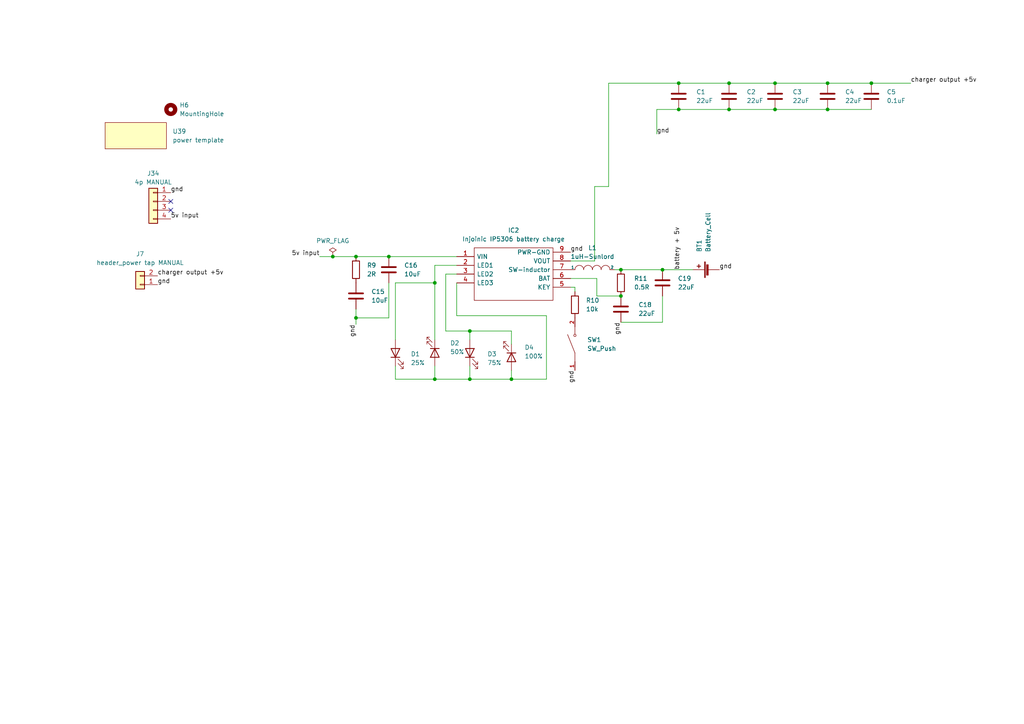
<source format=kicad_sch>
(kicad_sch (version 20211123) (generator eeschema)
  (paper "A4")
  (lib_symbols
    (symbol "Connector_Generic:Conn_01x02" (pin_names (offset 1.016) hide)
      (property "Reference" "J" (at 0 2.54 0))
      (property "Value" "Conn_01x02" (at 0 -5.08 0))
      (symbol "Conn_01x02_1_1"
        (rectangle (start -1.27 -2.413) (end 0 -2.667) (stroke (width 0.1524)))
        (rectangle (start -1.27 0.127) (end 0 -0.127) (stroke (width 0.1524)))
        (rectangle (start -1.27 1.27) (end 1.27 -3.81) (stroke (width 0.254)) (fill (type background)))
        (pin passive line (at -5.08 0 0) (length 3.81) (name "Pin_1") (number "1"))
        (pin passive line (at -5.08 -2.54 0) (length 3.81) (name "Pin_2") (number "2"))
      )
    )
    (symbol "Connector_Generic:Conn_01x04" (pin_names (offset 1.016) hide)
      (property "Reference" "J" (at 0 5.08 0))
      (property "Value" "Conn_01x04" (at 0 -7.62 0))
      (symbol "Conn_01x04_1_1"
        (rectangle (start -1.27 -4.953) (end 0 -5.207) (stroke (width 0.1524)))
        (rectangle (start -1.27 -2.413) (end 0 -2.667) (stroke (width 0.1524)))
        (rectangle (start -1.27 0.127) (end 0 -0.127) (stroke (width 0.1524)))
        (rectangle (start -1.27 2.667) (end 0 2.413) (stroke (width 0.1524)))
        (rectangle (start -1.27 3.81) (end 1.27 -6.35) (stroke (width 0.254)) (fill (type background)))
        (pin passive line (at -5.08 2.54 0) (length 3.81) (name "Pin_1") (number "1"))
        (pin passive line (at -5.08 0 0) (length 3.81) (name "Pin_2") (number "2"))
        (pin passive line (at -5.08 -2.54 0) (length 3.81) (name "Pin_3") (number "3"))
        (pin passive line (at -5.08 -5.08 0) (length 3.81) (name "Pin_4") (number "4"))
      )
    )
    (symbol "Device:Battery_Cell" (pin_numbers hide) (pin_names (offset 0) hide)
      (property "Reference" "BT" (at 2.54 2.54 0))
      (property "Value" "Battery_Cell" (at 2.54 0 0))
      (symbol "Battery_Cell_0_1"
        (rectangle (start -2.286 1.778) (end 2.286 1.524) (fill (type outline)))
        (rectangle (start -1.5748 1.1938) (end 1.4732 0.6858) (fill (type outline)))
        (polyline (pts (xy 0 0.762) (xy 0 0)))
        (polyline (pts (xy 0 1.778) (xy 0 2.54)))
        (polyline (pts (xy 0.508 3.429) (xy 1.524 3.429)) (stroke (width 0.254)))
        (polyline (pts (xy 1.016 3.937) (xy 1.016 2.921)) (stroke (width 0.254)))
      )
      (symbol "Battery_Cell_1_1"
        (pin passive line (at 0 5.08 270) (length 2.54) (name "+") (number "1"))
        (pin passive line (at 0 -2.54 90) (length 2.54) (name "-") (number "2"))
      )
    )
    (symbol "Device:C" (pin_numbers hide) (pin_names (offset 0.254))
      (property "Reference" "C" (at 0.635 2.54 0))
      (property "Value" "C" (at 0.635 -2.54 0))
      (symbol "C_0_1"
        (polyline (pts (xy -2.032 -0.762) (xy 2.032 -0.762)) (stroke (width 0.508)))
        (polyline (pts (xy -2.032 0.762) (xy 2.032 0.762)) (stroke (width 0.508)))
      )
      (symbol "C_1_1"
        (pin passive line (at 0 3.81 270) (length 2.794) (name "~") (number "1"))
        (pin passive line (at 0 -3.81 90) (length 2.794) (name "~") (number "2"))
      )
    )
    (symbol "Device:LED" (pin_numbers hide) (pin_names (offset 1.016) hide)
      (property "Reference" "D" (at 0 2.54 0))
      (property "Value" "LED" (at 0 -2.54 0))
      (symbol "LED_0_1"
        (polyline (pts (xy -1.27 -1.27) (xy -1.27 1.27)) (stroke (width 0.254)))
        (polyline (pts (xy -1.27 0) (xy 1.27 0)))
        (polyline (pts (xy 1.27 -1.27) (xy 1.27 1.27) (xy -1.27 0) (xy 1.27 -1.27)) (stroke (width 0.254)))
        (polyline (pts (xy -3.048 -0.762) (xy -4.572 -2.286) (xy -3.81 -2.286) (xy -4.572 -2.286) (xy -4.572 -1.524)))
        (polyline (pts (xy -1.778 -0.762) (xy -3.302 -2.286) (xy -2.54 -2.286) (xy -3.302 -2.286) (xy -3.302 -1.524)))
      )
      (symbol "LED_1_1"
        (pin passive line (at -3.81 0 0) (length 2.54) (name "K") (number "1"))
        (pin passive line (at 3.81 0 180) (length 2.54) (name "A") (number "2"))
      )
    )
    (symbol "Device:R" (pin_numbers hide) (pin_names (offset 0))
      (property "Reference" "R" (at 2.032 0 90))
      (property "Value" "R" (at 0 0 90))
      (symbol "R_0_1"
        (rectangle (start -1.016 -2.54) (end 1.016 2.54) (stroke (width 0.254)))
      )
      (symbol "R_1_1"
        (pin passive line (at 0 3.81 270) (length 1.27) (name "~") (number "1"))
        (pin passive line (at 0 -3.81 90) (length 1.27) (name "~") (number "2"))
      )
    )
    (symbol "Mechanical:MountingHole" (pin_names (offset 1.016))
      (property "Reference" "H" (at 0 5.08 0))
      (property "Value" "MountingHole" (at 0 3.175 0))
      (symbol "MountingHole_0_1"
        (circle (center 0 0) (radius 1.27) (stroke (width 1.27)))
      )
    )
    (symbol "clarinoid2:Injoinic IP5306 battery charge" (pin_names (offset 0.762))
      (property "Reference" "IC" (at -11.43 10.16 0))
      (property "Value" "Injoinic IP5306 battery charge" (at -11.43 7.62 0))
      (symbol "Injoinic IP5306 battery charge_0_0"
        (pin power_in line (at -16.51 3.81 0) (length 5.08) (name "VIN") (number "1"))
        (pin output line (at -16.51 1.27 0) (length 5.08) (name "LED1") (number "2"))
        (pin output line (at -16.51 -1.27 0) (length 5.08) (name "LED2") (number "3"))
        (pin passive line (at -16.51 -3.81 0) (length 5.08) (name "LED3") (number "4"))
        (pin passive line (at 16.51 -5.08 180) (length 5.08) (name "KEY") (number "5"))
        (pin passive line (at 16.51 -2.54 180) (length 5.08) (name "BAT") (number "6"))
        (pin passive line (at 16.51 0 180) (length 5.08) (name "SW-inductor") (number "7"))
        (pin power_out line (at 16.51 2.54 180) (length 5.08) (name "VOUT") (number "8"))
        (pin power_out line (at 16.51 5.08 180) (length 5.08) (name "PWR-GND") (number "9"))
      )
      (symbol "Injoinic IP5306 battery charge_0_1"
        (polyline (pts (xy -11.43 6.35) (xy 11.43 6.35) (xy 11.43 -8.89) (xy -11.43 -8.89) (xy -11.43 6.35)) (stroke (width 0.1524)))
      )
    )
    (symbol "clarinoid2:Placeholder" (in_bom no)
      (property "Reference" "U" (at 0 0 0))
      (property "Value" "Placeholder" (at 0 -1.27 0))
      (symbol "Placeholder_0_1"
        (rectangle (start -8.89 2.54) (end 8.89 -5.08) (fill (type background)))
      )
    )
    (symbol "clarinoid2:XKB tactile switch jlcpcb TS-1187A-B-A-B" (pin_names (offset 1.016) hide)
      (property "Reference" "S" (at -2.54 2.54 0))
      (property "Value" "XKB tactile switch jlcpcb TS-1187A-B-A-B" (at -2.54 -2.54 0))
      (symbol "XKB tactile switch jlcpcb TS-1187A-B-A-B_0_0"
        (polyline (pts (xy -2.54 0) (xy -5.08 0)) (stroke (width 0.1524)))
        (polyline (pts (xy -2.54 0) (xy 2.794 2.1336)) (stroke (width 0.1524)))
        (polyline (pts (xy 5.08 0) (xy 2.921 0)) (stroke (width 0.1524)))
        (circle (center 2.54 0) (radius 0.3302) (stroke (width 0.1524)))
        (pin passive line (at -7.62 0 0) (length 2.54) (name "~") (number "1"))
        (pin passive line (at 7.62 0 180) (length 2.54) (name "~") (number "2"))
      )
    )
    (symbol "power:PWR_FLAG" (power) (pin_numbers hide) (pin_names (offset 0) hide)
      (property "Value" "PWR_FLAG" (at 0 3.81 0))
      (symbol "PWR_FLAG_0_0"
        (pin power_out line (at 0 0 90) (length 0) (name "pwr") (number "1"))
      )
      (symbol "PWR_FLAG_0_1"
        (polyline (pts (xy 0 0) (xy 0 1.27) (xy -1.016 1.905) (xy 0 2.54) (xy 1.016 1.905) (xy 0 1.27)))
      )
    )
    (symbol "pspice:INDUCTOR" (pin_numbers hide) (pin_names (offset 0))
      (property "Reference" "L" (at 0 2.54 0))
      (property "Value" "INDUCTOR" (at 0 -1.27 0))
      (symbol "INDUCTOR_0_1"
        (arc (start -2.54 0) (mid -3.81 1.27) (end -5.08 0))
        (arc (start 0 0) (mid -1.27 1.27) (end -2.54 0))
        (arc (start 2.54 0) (mid 1.27 1.27) (end 0 0))
        (arc (start 5.08 0) (mid 3.81 1.27) (end 2.54 0))
      )
      (symbol "INDUCTOR_1_1"
        (pin input line (at -6.35 0 0) (length 1.27) (name "1") (number "1"))
        (pin input line (at 6.35 0 180) (length 1.27) (name "2") (number "2"))
      )
    )
  )
  (junction (at 136.271 109.982))
  (junction (at 103.251 92.202))
  (junction (at 240.03 31.75))
  (junction (at 180.086 78.232))
  (junction (at 224.79 24.13))
  (junction (at 136.271 96.012))
  (junction (at 211.455 24.13))
  (junction (at 148.336 109.982))
  (junction (at 196.85 31.75))
  (junction (at 103.251 74.422))
  (junction (at 192.151 78.232))
  (junction (at 126.111 82.042))
  (junction (at 96.52 74.422))
  (junction (at 240.03 24.13))
  (junction (at 126.111 109.982))
  (junction (at 224.79 31.75))
  (junction (at 112.776 74.422))
  (junction (at 252.73 24.13))
  (junction (at 180.086 85.852))
  (junction (at 211.455 31.75))
  (junction (at 196.85 24.13))
  (no_connect (at 49.53 58.42))
  (no_connect (at 49.53 60.96))
  (wire (pts (xy 196.85 31.75) (xy 190.5 31.75)))
  (wire (pts (xy 126.111 76.962) (xy 132.461 76.962)))
  (wire (pts (xy 240.03 24.13) (xy 224.79 24.13)))
  (wire (pts (xy 114.681 109.982) (xy 126.111 109.982)))
  (wire (pts (xy 158.496 91.567) (xy 132.461 91.567)))
  (wire (pts (xy 180.086 78.232) (xy 192.151 78.232)))
  (wire (pts (xy 166.751 83.312) (xy 166.751 84.582)))
  (wire (pts (xy 173.101 85.852) (xy 180.086 85.852)))
  (wire (pts (xy 96.52 74.422) (xy 103.251 74.422)))
  (wire (pts (xy 148.336 107.442) (xy 148.336 109.982)))
  (wire (pts (xy 264.16 24.13) (xy 252.73 24.13)))
  (wire (pts (xy 172.466 75.692) (xy 165.481 75.692)))
  (wire (pts (xy 240.03 31.75) (xy 224.79 31.75)))
  (wire (pts (xy 136.271 106.172) (xy 136.271 109.982)))
  (wire (pts (xy 103.251 89.662) (xy 103.251 92.202)))
  (wire (pts (xy 165.481 83.312) (xy 166.751 83.312)))
  (wire (pts (xy 129.286 79.502) (xy 129.286 96.012)))
  (wire (pts (xy 126.111 109.982) (xy 136.271 109.982)))
  (wire (pts (xy 211.455 24.13) (xy 196.85 24.13)))
  (wire (pts (xy 126.111 82.042) (xy 126.111 76.962)))
  (wire (pts (xy 132.461 91.567) (xy 132.461 82.042)))
  (wire (pts (xy 103.251 74.422) (xy 112.776 74.422)))
  (wire (pts (xy 172.466 54.102) (xy 172.466 75.692)))
  (wire (pts (xy 112.776 92.202) (xy 103.251 92.202)))
  (wire (pts (xy 252.73 24.13) (xy 240.03 24.13)))
  (wire (pts (xy 136.271 96.012) (xy 148.336 96.012)))
  (wire (pts (xy 114.681 98.552) (xy 114.681 82.042)))
  (wire (pts (xy 224.79 31.75) (xy 211.455 31.75)))
  (wire (pts (xy 92.71 74.422) (xy 96.52 74.422)))
  (wire (pts (xy 148.336 109.982) (xy 158.496 109.982)))
  (wire (pts (xy 103.251 92.202) (xy 103.251 94.107)))
  (wire (pts (xy 114.681 82.042) (xy 126.111 82.042)))
  (wire (pts (xy 136.271 96.012) (xy 136.271 98.552)))
  (wire (pts (xy 252.73 31.75) (xy 240.03 31.75)))
  (wire (pts (xy 126.111 106.172) (xy 126.111 109.982)))
  (wire (pts (xy 132.461 79.502) (xy 129.286 79.502)))
  (wire (pts (xy 176.53 54.102) (xy 172.466 54.102)))
  (wire (pts (xy 176.53 24.13) (xy 176.53 54.102)))
  (wire (pts (xy 148.336 99.822) (xy 148.336 96.012)))
  (wire (pts (xy 158.496 109.982) (xy 158.496 91.567)))
  (wire (pts (xy 192.151 78.232) (xy 201.041 78.232)))
  (wire (pts (xy 114.681 106.172) (xy 114.681 109.982)))
  (wire (pts (xy 126.111 98.552) (xy 126.111 82.042)))
  (wire (pts (xy 112.776 74.422) (xy 132.461 74.422)))
  (wire (pts (xy 178.181 78.232) (xy 180.086 78.232)))
  (wire (pts (xy 165.481 80.772) (xy 173.101 80.772)))
  (wire (pts (xy 173.101 80.772) (xy 173.101 85.852)))
  (wire (pts (xy 112.776 82.042) (xy 112.776 92.202)))
  (wire (pts (xy 211.455 31.75) (xy 196.85 31.75)))
  (wire (pts (xy 192.151 93.472) (xy 192.151 85.852)))
  (wire (pts (xy 180.086 93.472) (xy 192.151 93.472)))
  (wire (pts (xy 190.5 31.75) (xy 190.5 38.862)))
  (wire (pts (xy 136.271 109.982) (xy 148.336 109.982)))
  (wire (pts (xy 224.79 24.13) (xy 211.455 24.13)))
  (wire (pts (xy 129.286 96.012) (xy 136.271 96.012)))
  (wire (pts (xy 176.53 24.13) (xy 196.85 24.13)))
  (label "5v input" (at 49.53 63.5 0))
  (label "gnd" (at 45.72 82.55 0))
  (label "5v input" (at 92.71 74.422 180))
  (label "gnd" (at 190.5 38.862 0))
  (label "gnd" (at 49.53 55.88 0))
  (label "gnd" (at 208.661 78.232 0))
  (label "charger output +5v" (at 264.16 24.13 0))
  (label "gnd" (at 180.086 93.472 270))
  (label "gnd" (at 166.751 107.442 270))
  (label "gnd" (at 103.251 94.107 270))
  (label "battery + 5v" (at 197.3984 78.232 90))
  (label "gnd" (at 165.481 73.152 0))
  (label "charger output +5v" (at 45.72 80.01 0))
  (symbol (lib_id "clarinoid2:XKB tactile switch jlcpcb TS-1187A-B-A-B") (at 166.751 99.822 90) (unit 1)
    (property "Reference" "SW1" (at 170.307 98.5519 90) (effects (justify right)))
    (property "Value" "SW_Push" (at 170.307 101.0919 90) (effects (justify right)))
    (property "Footprint" "clarinoid2:XKB switch jlcpcb SW_TS-1187A-B-A-B" (effects hide))
    (property "LCSC part number" "C318884" (effects hide))
    (property "STANDARD" "Manufacturer Recommendations" (effects hide))
    (property "MANUFACTURER" "XKB Industrial Precision" (effects hide))
    (property "MAXIMUM_PACKAGE_HEIGHT" "1.5mm" (effects hide))
    (property "PARTREV" "A0" (effects hide))
    (property "verif" "1" (effects hide))
    (property "LCSC" "C318884" (effects hide))
  )
  (symbol (lib_id "Device:R") (at 180.086 82.042 0) (unit 1)
    (property "Reference" "R11" (at 183.896 80.7719 0) (effects (justify left)))
    (property "Value" "0.5R" (at 183.896 83.3119 0) (effects (justify left)))
    (property "Footprint" "Resistor_SMD:R_1206_3216Metric" (effects hide))
    (property "LCSC part number" "C25340" (effects hide))
    (property "verif" "1" (effects hide))
    (property "LCSC" "C25340" (effects hide))
  )
  (symbol (lib_id "Device:Battery_Cell") (at 206.121 78.232 90) (unit 1) (in_bom no)
    (property "Reference" "BT1" (at 202.8189 73.152 0) (effects (justify left)))
    (property "Value" "Battery_Cell" (at 205.3589 73.152 0) (effects (justify left)))
    (property "Footprint" "Battery:BatteryHolder_Keystone_1042_1x18650" (effects hide))
    (property "verif" "1" (effects hide))
  )
  (symbol (lib_id "Device:R") (at 103.251 78.232 0) (unit 1)
    (property "Reference" "R9" (at 106.426 76.9619 0) (effects (justify left)))
    (property "Value" "2R" (at 106.426 79.5019 0) (effects (justify left)))
    (property "Footprint" "Resistor_SMD:R_1206_3216Metric" (effects hide))
    (property "LCSC part number" "C17942" (effects hide))
    (property "verif" "1" (effects hide))
    (property "LCSC" "C17942" (effects hide))
  )
  (symbol (lib_id "Device:C") (at 192.151 82.042 0) (unit 1)
    (property "Reference" "C19" (at 196.596 80.7719 0) (effects (justify left)))
    (property "Value" "22uF" (at 196.596 83.3119 0) (effects (justify left)))
    (property "Footprint" "Capacitor_SMD:C_0805_2012Metric" (effects hide))
    (property "LCSC part number" "C602037" (effects hide))
    (property "verif" "1" (effects hide))
    (property "LCSC" "C602037" (effects hide))
  )
  (symbol (lib_id "Device:C") (at 103.251 85.852 0) (unit 1)
    (property "Reference" "C15" (at 107.696 84.5819 0) (effects (justify left)))
    (property "Value" "10uF" (at 107.696 87.1219 0) (effects (justify left)))
    (property "Footprint" "Capacitor_SMD:C_0805_2012Metric" (effects hide))
    (property "LCSC part number" "C15850" (effects hide))
    (property "verif" "1" (effects hide))
    (property "LCSC" "C15850" (effects hide))
  )
  (symbol (lib_id "Device:C") (at 211.455 27.94 0) (unit 1)
    (property "Reference" "C2" (at 216.535 26.6699 0) (effects (justify left)))
    (property "Value" "22uF" (at 216.535 29.2099 0) (effects (justify left)))
    (property "Footprint" "Capacitor_SMD:C_0805_2012Metric" (effects hide))
    (property "LCSC part number" "C602037" (effects hide))
    (property "verif" "1" (effects hide))
    (property "LCSC" "C602037" (effects hide))
  )
  (symbol (lib_id "clarinoid2:Placeholder") (at 39.37 38.1 0) (unit 1) (in_bom no)
    (property "Reference" "U39" (at 50.038 38.0999 0) (effects (justify left)))
    (property "Value" "power template" (at 50.038 40.6399 0) (effects (justify left)))
    (property "Footprint" "clarinoid2:dev board power board template" (effects hide))
    (property "verif" "1" (effects hide))
  )
  (symbol (lib_id "Device:LED") (at 148.336 103.632 270) (unit 1)
    (property "Reference" "D4" (at 152.146 100.7744 90) (effects (justify left)))
    (property "Value" "100%" (at 152.146 103.3144 90) (effects (justify left)))
    (property "Footprint" "LED_SMD:LED_0805_2012Metric" (effects hide))
    (property "LCSC part number" "C264424" (effects hide))
    (property "verif" "1" (effects hide))
    (property "LCSC" "C264424" (effects hide))
  )
  (symbol (lib_id "Device:LED") (at 126.111 102.362 270) (unit 1)
    (property "Reference" "D2" (at 130.556 99.5044 90) (effects (justify left)))
    (property "Value" "50%" (at 130.556 102.0444 90) (effects (justify left)))
    (property "Footprint" "LED_SMD:LED_0805_2012Metric" (effects hide))
    (property "LCSC part number" "C264424" (effects hide))
    (property "verif" "1" (effects hide))
    (property "LCSC" "C264424" (effects hide))
  )
  (symbol (lib_id "Device:C") (at 180.086 89.662 0) (unit 1)
    (property "Reference" "C18" (at 185.166 88.3919 0) (effects (justify left)))
    (property "Value" "22uF" (at 185.166 90.9319 0) (effects (justify left)))
    (property "Footprint" "Capacitor_SMD:C_0805_2012Metric" (effects hide))
    (property "LCSC part number" "C602037" (effects hide))
    (property "verif" "1" (effects hide))
    (property "LCSC" "C602037" (effects hide))
  )
  (symbol (lib_id "Mechanical:MountingHole") (at 49.53 31.75 0) (unit 1)
    (property "Reference" "H6" (at 52.07 30.4799 0) (effects (justify left)))
    (property "Value" "MountingHole" (at 52.07 33.0199 0) (effects (justify left)))
    (property "Footprint" "MountingHole:MountingHole_3.2mm_M3" (effects hide))
    (property "MANUFACTURER" "Wurth" (effects hide))
    (property "verif" "1" (effects hide))
  )
  (symbol (lib_id "Device:C") (at 196.85 27.94 0) (unit 1)
    (property "Reference" "C1" (at 201.93 26.6699 0) (effects (justify left)))
    (property "Value" "22uF" (at 201.93 29.2099 0) (effects (justify left)))
    (property "Footprint" "Capacitor_SMD:C_0805_2012Metric" (effects hide))
    (property "LCSC part number" "C602037" (effects hide))
    (property "verif" "1" (effects hide))
    (property "LCSC" "C602037" (effects hide))
  )
  (symbol (lib_id "clarinoid2:Injoinic IP5306 battery charge") (at 148.971 78.232 0) (unit 1)
    (property "Reference" "IC2" (at 148.971 66.802 0))
    (property "Value" "Injoinic IP5306 battery charge" (at 148.971 69.342 0))
    (property "Footprint" "clarinoid2:SOIC127P599X155-9N (IP5306)" (effects hide))
    (property "Datasheet" "http://www.injoinic.com/wwwroot/uploads/files/20200221/0405f23c247a34d3990ae100c8b20a27.pdf" (effects hide))
    (property "LCSC part number" "C181692" (effects hide))
    (property "verif" "1" (effects hide))
    (property "LCSC" "C181692" (effects hide))
  )
  (symbol (lib_id "power:PWR_FLAG") (at 96.52 74.422 0) (unit 1)
    (property "Reference" "#FLG0104" (effects hide))
    (property "Value" "PWR_FLAG" (at 96.52 69.85 0))
  )
  (symbol (lib_id "Device:C") (at 252.73 27.94 0) (unit 1)
    (property "Reference" "C5" (at 257.175 26.6699 0) (effects (justify left)))
    (property "Value" "0.1uF" (at 257.175 29.2099 0) (effects (justify left)))
    (property "Footprint" "Capacitor_SMD:C_0805_2012Metric" (effects hide))
    (property "LCSC part number" "C49678" (effects hide))
    (property "verif" "1" (effects hide))
    (property "LCSC" "C49678" (effects hide))
  )
  (symbol (lib_id "Device:C") (at 112.776 78.232 0) (unit 1)
    (property "Reference" "C16" (at 117.221 76.9619 0) (effects (justify left)))
    (property "Value" "10uF" (at 117.221 79.5019 0) (effects (justify left)))
    (property "Footprint" "Capacitor_SMD:C_0805_2012Metric" (effects hide))
    (property "LCSC part number" "C15850" (effects hide))
    (property "verif" "1" (effects hide))
    (property "LCSC" "C15850" (effects hide))
  )
  (symbol (lib_id "Device:C") (at 224.79 27.94 0) (unit 1)
    (property "Reference" "C3" (at 229.87 26.6699 0) (effects (justify left)))
    (property "Value" "22uF" (at 229.87 29.2099 0) (effects (justify left)))
    (property "Footprint" "Capacitor_SMD:C_0805_2012Metric" (effects hide))
    (property "LCSC part number" "C602037" (effects hide))
    (property "verif" "1" (effects hide))
    (property "LCSC" "C602037" (effects hide))
  )
  (symbol (lib_id "Device:C") (at 240.03 27.94 0) (unit 1)
    (property "Reference" "C4" (at 245.11 26.6699 0) (effects (justify left)))
    (property "Value" "22uF" (at 245.11 29.2099 0) (effects (justify left)))
    (property "Footprint" "Capacitor_SMD:C_0805_2012Metric" (effects hide))
    (property "LCSC part number" "C602037" (effects hide))
    (property "verif" "1" (effects hide))
    (property "LCSC" "C602037" (effects hide))
  )
  (symbol (lib_id "Connector_Generic:Conn_01x04") (at 44.45 58.42 0) (mirror y) (unit 1) (in_bom no)
    (property "Reference" "J34" (at 44.45 50.292 0))
    (property "Value" "4p MANUAL" (at 44.45 52.832 0))
    (property "Footprint" "Connector_PinHeader_2.54mm:PinHeader_1x04_P2.54mm_Vertical" (effects hide))
    (property "verif" "1" (effects hide))
  )
  (symbol (lib_id "Device:LED") (at 136.271 102.362 90) (unit 1)
    (property "Reference" "D3" (at 141.351 102.6794 90) (effects (justify right)))
    (property "Value" "75%" (at 141.351 105.2194 90) (effects (justify right)))
    (property "Footprint" "LED_SMD:LED_0805_2012Metric" (effects hide))
    (property "LCSC part number" "C264424" (effects hide))
    (property "verif" "1" (effects hide))
    (property "LCSC" "C264424" (effects hide))
  )
  (symbol (lib_id "Device:R") (at 166.751 88.392 0) (unit 1)
    (property "Reference" "R10" (at 169.926 87.1219 0) (effects (justify left)))
    (property "Value" "10k" (at 169.926 89.6619 0) (effects (justify left)))
    (property "Footprint" "Resistor_SMD:R_1206_3216Metric" (effects hide))
    (property "LCSC part number" "C17902" (effects hide))
    (property "verif" "1" (effects hide))
    (property "LCSC" "C17902" (effects hide))
  )
  (symbol (lib_id "Connector_Generic:Conn_01x02") (at 40.64 82.55 180) (unit 1) (in_bom no)
    (property "Reference" "J7" (at 40.64 73.66 0))
    (property "Value" "header_power tap MANUAL" (at 40.64 76.2 0))
    (property "Footprint" "Connector_PinHeader_2.54mm:PinHeader_1x02_P2.54mm_Vertical" (effects hide))
    (property "verif" "1" (effects hide))
  )
  (symbol (lib_id "Device:LED") (at 114.681 102.362 90) (unit 1)
    (property "Reference" "D1" (at 119.126 102.6794 90) (effects (justify right)))
    (property "Value" "25%" (at 119.126 105.2194 90) (effects (justify right)))
    (property "Footprint" "LED_SMD:LED_0805_2012Metric" (effects hide))
    (property "LCSC part number" "C264424" (effects hide))
    (property "verif" "1" (effects hide))
    (property "LCSC" "C264424" (effects hide))
  )
  (symbol (lib_id "pspice:INDUCTOR") (at 171.831 78.232 0) (unit 1)
    (property "Reference" "L1" (at 171.831 71.882 0))
    (property "Value" "1uH-Sunlord" (at 171.831 74.422 0))
    (property "Footprint" "clarinoid2:Inductor_MCS0630-1R0MN2" (effects hide))
    (property "LCSC part number" "C112125" (effects hide))
    (property "verif" "1" (effects hide))
    (property "LCSC" "C112125" (effects hide))
  )
)
</source>
